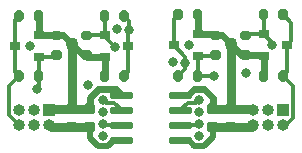
<source format=gbr>
%TF.GenerationSoftware,KiCad,Pcbnew,(5.1.10)-1*%
%TF.CreationDate,2022-01-23T11:24:48+07:00*%
%TF.ProjectId,ADuM_I2C_v3,4144754d-5f49-4324-935f-76332e6b6963,rev?*%
%TF.SameCoordinates,Original*%
%TF.FileFunction,Copper,L4,Bot*%
%TF.FilePolarity,Positive*%
%FSLAX46Y46*%
G04 Gerber Fmt 4.6, Leading zero omitted, Abs format (unit mm)*
G04 Created by KiCad (PCBNEW (5.1.10)-1) date 2022-01-23 11:24:48*
%MOMM*%
%LPD*%
G01*
G04 APERTURE LIST*
%TA.AperFunction,ComponentPad*%
%ADD10O,1.000000X1.000000*%
%TD*%
%TA.AperFunction,ComponentPad*%
%ADD11R,1.000000X1.000000*%
%TD*%
%TA.AperFunction,SMDPad,CuDef*%
%ADD12R,0.900000X0.800000*%
%TD*%
%TA.AperFunction,ViaPad*%
%ADD13C,0.800000*%
%TD*%
%TA.AperFunction,ViaPad*%
%ADD14C,1.100000*%
%TD*%
%TA.AperFunction,Conductor*%
%ADD15C,0.800000*%
%TD*%
%TA.AperFunction,Conductor*%
%ADD16C,0.600000*%
%TD*%
%TA.AperFunction,Conductor*%
%ADD17C,0.500000*%
%TD*%
%TA.AperFunction,Conductor*%
%ADD18C,0.300000*%
%TD*%
G04 APERTURE END LIST*
%TO.P,U1,8*%
%TO.N,VCCQ*%
%TA.AperFunction,SMDPad,CuDef*%
G36*
G01*
X98500000Y-95024000D02*
X98500000Y-95324000D01*
G75*
G02*
X98350000Y-95474000I-150000J0D01*
G01*
X96700000Y-95474000D01*
G75*
G02*
X96550000Y-95324000I0J150000D01*
G01*
X96550000Y-95024000D01*
G75*
G02*
X96700000Y-94874000I150000J0D01*
G01*
X98350000Y-94874000D01*
G75*
G02*
X98500000Y-95024000I0J-150000D01*
G01*
G37*
%TD.AperFunction*%
%TO.P,U1,7*%
%TO.N,Net-(Q5-Pad2)*%
%TA.AperFunction,SMDPad,CuDef*%
G36*
G01*
X98500000Y-96294000D02*
X98500000Y-96594000D01*
G75*
G02*
X98350000Y-96744000I-150000J0D01*
G01*
X96700000Y-96744000D01*
G75*
G02*
X96550000Y-96594000I0J150000D01*
G01*
X96550000Y-96294000D01*
G75*
G02*
X96700000Y-96144000I150000J0D01*
G01*
X98350000Y-96144000D01*
G75*
G02*
X98500000Y-96294000I0J-150000D01*
G01*
G37*
%TD.AperFunction*%
%TO.P,U1,6*%
%TO.N,Net-(Q6-Pad2)*%
%TA.AperFunction,SMDPad,CuDef*%
G36*
G01*
X98500000Y-97564000D02*
X98500000Y-97864000D01*
G75*
G02*
X98350000Y-98014000I-150000J0D01*
G01*
X96700000Y-98014000D01*
G75*
G02*
X96550000Y-97864000I0J150000D01*
G01*
X96550000Y-97564000D01*
G75*
G02*
X96700000Y-97414000I150000J0D01*
G01*
X98350000Y-97414000D01*
G75*
G02*
X98500000Y-97564000I0J-150000D01*
G01*
G37*
%TD.AperFunction*%
%TO.P,U1,5*%
%TO.N,GND2*%
%TA.AperFunction,SMDPad,CuDef*%
G36*
G01*
X98500000Y-98834000D02*
X98500000Y-99134000D01*
G75*
G02*
X98350000Y-99284000I-150000J0D01*
G01*
X96700000Y-99284000D01*
G75*
G02*
X96550000Y-99134000I0J150000D01*
G01*
X96550000Y-98834000D01*
G75*
G02*
X96700000Y-98684000I150000J0D01*
G01*
X98350000Y-98684000D01*
G75*
G02*
X98500000Y-98834000I0J-150000D01*
G01*
G37*
%TD.AperFunction*%
%TO.P,U1,4*%
%TO.N,GND*%
%TA.AperFunction,SMDPad,CuDef*%
G36*
G01*
X103450000Y-98834000D02*
X103450000Y-99134000D01*
G75*
G02*
X103300000Y-99284000I-150000J0D01*
G01*
X101650000Y-99284000D01*
G75*
G02*
X101500000Y-99134000I0J150000D01*
G01*
X101500000Y-98834000D01*
G75*
G02*
X101650000Y-98684000I150000J0D01*
G01*
X103300000Y-98684000D01*
G75*
G02*
X103450000Y-98834000I0J-150000D01*
G01*
G37*
%TD.AperFunction*%
%TO.P,U1,3*%
%TO.N,Net-(Q2-Pad2)*%
%TA.AperFunction,SMDPad,CuDef*%
G36*
G01*
X103450000Y-97564000D02*
X103450000Y-97864000D01*
G75*
G02*
X103300000Y-98014000I-150000J0D01*
G01*
X101650000Y-98014000D01*
G75*
G02*
X101500000Y-97864000I0J150000D01*
G01*
X101500000Y-97564000D01*
G75*
G02*
X101650000Y-97414000I150000J0D01*
G01*
X103300000Y-97414000D01*
G75*
G02*
X103450000Y-97564000I0J-150000D01*
G01*
G37*
%TD.AperFunction*%
%TO.P,U1,2*%
%TO.N,Net-(Q1-Pad2)*%
%TA.AperFunction,SMDPad,CuDef*%
G36*
G01*
X103450000Y-96294000D02*
X103450000Y-96594000D01*
G75*
G02*
X103300000Y-96744000I-150000J0D01*
G01*
X101650000Y-96744000D01*
G75*
G02*
X101500000Y-96594000I0J150000D01*
G01*
X101500000Y-96294000D01*
G75*
G02*
X101650000Y-96144000I150000J0D01*
G01*
X103300000Y-96144000D01*
G75*
G02*
X103450000Y-96294000I0J-150000D01*
G01*
G37*
%TD.AperFunction*%
%TO.P,U1,1*%
%TO.N,VCC*%
%TA.AperFunction,SMDPad,CuDef*%
G36*
G01*
X103450000Y-95024000D02*
X103450000Y-95324000D01*
G75*
G02*
X103300000Y-95474000I-150000J0D01*
G01*
X101650000Y-95474000D01*
G75*
G02*
X101500000Y-95324000I0J150000D01*
G01*
X101500000Y-95024000D01*
G75*
G02*
X101650000Y-94874000I150000J0D01*
G01*
X103300000Y-94874000D01*
G75*
G02*
X103450000Y-95024000I0J-150000D01*
G01*
G37*
%TD.AperFunction*%
%TD*%
D10*
%TO.P,J1,6*%
%TO.N,GND*%
X108636000Y-97714000D03*
%TO.P,J1,5*%
%TO.N,VCC*%
X108636000Y-96444000D03*
%TO.P,J1,4*%
%TO.N,/SCL*%
X109906000Y-97714000D03*
%TO.P,J1,3*%
%TO.N,/SDA*%
X109906000Y-96444000D03*
%TO.P,J1,2*%
%TO.N,/outb*%
X111176000Y-97714000D03*
D11*
%TO.P,J1,1*%
%TO.N,/ina*%
X111176000Y-96444000D03*
%TD*%
D10*
%TO.P,J2,6*%
%TO.N,/inb*%
X88824000Y-97714000D03*
%TO.P,J2,5*%
%TO.N,/outa*%
X88824000Y-96444000D03*
%TO.P,J2,4*%
%TO.N,/SCLq*%
X90094000Y-97714000D03*
%TO.P,J2,3*%
%TO.N,/SDAq*%
X90094000Y-96444000D03*
%TO.P,J2,2*%
%TO.N,GND2*%
X91364000Y-97714000D03*
D11*
%TO.P,J2,1*%
%TO.N,VCCQ*%
X91364000Y-96444000D03*
%TD*%
%TO.P,R24,2*%
%TO.N,VCCQ*%
%TA.AperFunction,SMDPad,CuDef*%
G36*
G01*
X90075000Y-88718000D02*
X90075000Y-88168000D01*
G75*
G02*
X90275000Y-87968000I200000J0D01*
G01*
X90675000Y-87968000D01*
G75*
G02*
X90875000Y-88168000I0J-200000D01*
G01*
X90875000Y-88718000D01*
G75*
G02*
X90675000Y-88918000I-200000J0D01*
G01*
X90275000Y-88918000D01*
G75*
G02*
X90075000Y-88718000I0J200000D01*
G01*
G37*
%TD.AperFunction*%
%TO.P,R24,1*%
%TO.N,/inb*%
%TA.AperFunction,SMDPad,CuDef*%
G36*
G01*
X88425000Y-88718000D02*
X88425000Y-88168000D01*
G75*
G02*
X88625000Y-87968000I200000J0D01*
G01*
X89025000Y-87968000D01*
G75*
G02*
X89225000Y-88168000I0J-200000D01*
G01*
X89225000Y-88718000D01*
G75*
G02*
X89025000Y-88918000I-200000J0D01*
G01*
X88625000Y-88918000D01*
G75*
G02*
X88425000Y-88718000I0J200000D01*
G01*
G37*
%TD.AperFunction*%
%TD*%
%TO.P,R22,2*%
%TO.N,VCCQ*%
%TA.AperFunction,SMDPad,CuDef*%
G36*
G01*
X96463000Y-93248000D02*
X96463000Y-93798000D01*
G75*
G02*
X96263000Y-93998000I-200000J0D01*
G01*
X95863000Y-93998000D01*
G75*
G02*
X95663000Y-93798000I0J200000D01*
G01*
X95663000Y-93248000D01*
G75*
G02*
X95863000Y-93048000I200000J0D01*
G01*
X96263000Y-93048000D01*
G75*
G02*
X96463000Y-93248000I0J-200000D01*
G01*
G37*
%TD.AperFunction*%
%TO.P,R22,1*%
%TO.N,/SCLq*%
%TA.AperFunction,SMDPad,CuDef*%
G36*
G01*
X98113000Y-93248000D02*
X98113000Y-93798000D01*
G75*
G02*
X97913000Y-93998000I-200000J0D01*
G01*
X97513000Y-93998000D01*
G75*
G02*
X97313000Y-93798000I0J200000D01*
G01*
X97313000Y-93248000D01*
G75*
G02*
X97513000Y-93048000I200000J0D01*
G01*
X97913000Y-93048000D01*
G75*
G02*
X98113000Y-93248000I0J-200000D01*
G01*
G37*
%TD.AperFunction*%
%TD*%
%TO.P,R20,2*%
%TO.N,Net-(Q8-Pad2)*%
%TA.AperFunction,SMDPad,CuDef*%
G36*
G01*
X90075000Y-93798000D02*
X90075000Y-93248000D01*
G75*
G02*
X90275000Y-93048000I200000J0D01*
G01*
X90675000Y-93048000D01*
G75*
G02*
X90875000Y-93248000I0J-200000D01*
G01*
X90875000Y-93798000D01*
G75*
G02*
X90675000Y-93998000I-200000J0D01*
G01*
X90275000Y-93998000D01*
G75*
G02*
X90075000Y-93798000I0J200000D01*
G01*
G37*
%TD.AperFunction*%
%TO.P,R20,1*%
%TO.N,/inb*%
%TA.AperFunction,SMDPad,CuDef*%
G36*
G01*
X88425000Y-93798000D02*
X88425000Y-93248000D01*
G75*
G02*
X88625000Y-93048000I200000J0D01*
G01*
X89025000Y-93048000D01*
G75*
G02*
X89225000Y-93248000I0J-200000D01*
G01*
X89225000Y-93798000D01*
G75*
G02*
X89025000Y-93998000I-200000J0D01*
G01*
X88625000Y-93998000D01*
G75*
G02*
X88425000Y-93798000I0J200000D01*
G01*
G37*
%TD.AperFunction*%
%TD*%
%TO.P,R18,2*%
%TO.N,Net-(Q6-Pad2)*%
%TA.AperFunction,SMDPad,CuDef*%
G36*
G01*
X96463000Y-88168000D02*
X96463000Y-88718000D01*
G75*
G02*
X96263000Y-88918000I-200000J0D01*
G01*
X95863000Y-88918000D01*
G75*
G02*
X95663000Y-88718000I0J200000D01*
G01*
X95663000Y-88168000D01*
G75*
G02*
X95863000Y-87968000I200000J0D01*
G01*
X96263000Y-87968000D01*
G75*
G02*
X96463000Y-88168000I0J-200000D01*
G01*
G37*
%TD.AperFunction*%
%TO.P,R18,1*%
%TO.N,/SCLq*%
%TA.AperFunction,SMDPad,CuDef*%
G36*
G01*
X98113000Y-88168000D02*
X98113000Y-88718000D01*
G75*
G02*
X97913000Y-88918000I-200000J0D01*
G01*
X97513000Y-88918000D01*
G75*
G02*
X97313000Y-88718000I0J200000D01*
G01*
X97313000Y-88168000D01*
G75*
G02*
X97513000Y-87968000I200000J0D01*
G01*
X97913000Y-87968000D01*
G75*
G02*
X98113000Y-88168000I0J-200000D01*
G01*
G37*
%TD.AperFunction*%
%TD*%
%TO.P,R16,2*%
%TO.N,Net-(Q8-Pad2)*%
%TA.AperFunction,SMDPad,CuDef*%
G36*
G01*
X91724000Y-91344000D02*
X92274000Y-91344000D01*
G75*
G02*
X92474000Y-91544000I0J-200000D01*
G01*
X92474000Y-91944000D01*
G75*
G02*
X92274000Y-92144000I-200000J0D01*
G01*
X91724000Y-92144000D01*
G75*
G02*
X91524000Y-91944000I0J200000D01*
G01*
X91524000Y-91544000D01*
G75*
G02*
X91724000Y-91344000I200000J0D01*
G01*
G37*
%TD.AperFunction*%
%TO.P,R16,1*%
%TO.N,VCCQ*%
%TA.AperFunction,SMDPad,CuDef*%
G36*
G01*
X91724000Y-89694000D02*
X92274000Y-89694000D01*
G75*
G02*
X92474000Y-89894000I0J-200000D01*
G01*
X92474000Y-90294000D01*
G75*
G02*
X92274000Y-90494000I-200000J0D01*
G01*
X91724000Y-90494000D01*
G75*
G02*
X91524000Y-90294000I0J200000D01*
G01*
X91524000Y-89894000D01*
G75*
G02*
X91724000Y-89694000I200000J0D01*
G01*
G37*
%TD.AperFunction*%
%TD*%
%TO.P,R14,2*%
%TO.N,Net-(Q6-Pad2)*%
%TA.AperFunction,SMDPad,CuDef*%
G36*
G01*
X94814000Y-90494000D02*
X94264000Y-90494000D01*
G75*
G02*
X94064000Y-90294000I0J200000D01*
G01*
X94064000Y-89894000D01*
G75*
G02*
X94264000Y-89694000I200000J0D01*
G01*
X94814000Y-89694000D01*
G75*
G02*
X95014000Y-89894000I0J-200000D01*
G01*
X95014000Y-90294000D01*
G75*
G02*
X94814000Y-90494000I-200000J0D01*
G01*
G37*
%TD.AperFunction*%
%TO.P,R14,1*%
%TO.N,VCCQ*%
%TA.AperFunction,SMDPad,CuDef*%
G36*
G01*
X94814000Y-92144000D02*
X94264000Y-92144000D01*
G75*
G02*
X94064000Y-91944000I0J200000D01*
G01*
X94064000Y-91544000D01*
G75*
G02*
X94264000Y-91344000I200000J0D01*
G01*
X94814000Y-91344000D01*
G75*
G02*
X95014000Y-91544000I0J-200000D01*
G01*
X95014000Y-91944000D01*
G75*
G02*
X94814000Y-92144000I-200000J0D01*
G01*
G37*
%TD.AperFunction*%
%TD*%
%TO.P,R12,2*%
%TO.N,Net-(Q4-Pad2)*%
%TA.AperFunction,SMDPad,CuDef*%
G36*
G01*
X108276000Y-90495000D02*
X107726000Y-90495000D01*
G75*
G02*
X107526000Y-90295000I0J200000D01*
G01*
X107526000Y-89895000D01*
G75*
G02*
X107726000Y-89695000I200000J0D01*
G01*
X108276000Y-89695000D01*
G75*
G02*
X108476000Y-89895000I0J-200000D01*
G01*
X108476000Y-90295000D01*
G75*
G02*
X108276000Y-90495000I-200000J0D01*
G01*
G37*
%TD.AperFunction*%
%TO.P,R12,1*%
%TO.N,VCC*%
%TA.AperFunction,SMDPad,CuDef*%
G36*
G01*
X108276000Y-92145000D02*
X107726000Y-92145000D01*
G75*
G02*
X107526000Y-91945000I0J200000D01*
G01*
X107526000Y-91545000D01*
G75*
G02*
X107726000Y-91345000I200000J0D01*
G01*
X108276000Y-91345000D01*
G75*
G02*
X108476000Y-91545000I0J-200000D01*
G01*
X108476000Y-91945000D01*
G75*
G02*
X108276000Y-92145000I-200000J0D01*
G01*
G37*
%TD.AperFunction*%
%TD*%
%TO.P,R9,2*%
%TO.N,Net-(Q1-Pad2)*%
%TA.AperFunction,SMDPad,CuDef*%
G36*
G01*
X105186000Y-91344000D02*
X105736000Y-91344000D01*
G75*
G02*
X105936000Y-91544000I0J-200000D01*
G01*
X105936000Y-91944000D01*
G75*
G02*
X105736000Y-92144000I-200000J0D01*
G01*
X105186000Y-92144000D01*
G75*
G02*
X104986000Y-91944000I0J200000D01*
G01*
X104986000Y-91544000D01*
G75*
G02*
X105186000Y-91344000I200000J0D01*
G01*
G37*
%TD.AperFunction*%
%TO.P,R9,1*%
%TO.N,VCC*%
%TA.AperFunction,SMDPad,CuDef*%
G36*
G01*
X105186000Y-89694000D02*
X105736000Y-89694000D01*
G75*
G02*
X105936000Y-89894000I0J-200000D01*
G01*
X105936000Y-90294000D01*
G75*
G02*
X105736000Y-90494000I-200000J0D01*
G01*
X105186000Y-90494000D01*
G75*
G02*
X104986000Y-90294000I0J200000D01*
G01*
X104986000Y-89894000D01*
G75*
G02*
X105186000Y-89694000I200000J0D01*
G01*
G37*
%TD.AperFunction*%
%TD*%
%TO.P,R8,2*%
%TO.N,/outb*%
%TA.AperFunction,SMDPad,CuDef*%
G36*
G01*
X110776000Y-88591000D02*
X110776000Y-88041000D01*
G75*
G02*
X110976000Y-87841000I200000J0D01*
G01*
X111376000Y-87841000D01*
G75*
G02*
X111576000Y-88041000I0J-200000D01*
G01*
X111576000Y-88591000D01*
G75*
G02*
X111376000Y-88791000I-200000J0D01*
G01*
X110976000Y-88791000D01*
G75*
G02*
X110776000Y-88591000I0J200000D01*
G01*
G37*
%TD.AperFunction*%
%TO.P,R8,1*%
%TO.N,Net-(Q4-Pad2)*%
%TA.AperFunction,SMDPad,CuDef*%
G36*
G01*
X109126000Y-88591000D02*
X109126000Y-88041000D01*
G75*
G02*
X109326000Y-87841000I200000J0D01*
G01*
X109726000Y-87841000D01*
G75*
G02*
X109926000Y-88041000I0J-200000D01*
G01*
X109926000Y-88591000D01*
G75*
G02*
X109726000Y-88791000I-200000J0D01*
G01*
X109326000Y-88791000D01*
G75*
G02*
X109126000Y-88591000I0J200000D01*
G01*
G37*
%TD.AperFunction*%
%TD*%
%TO.P,R5,2*%
%TO.N,/SDA*%
%TA.AperFunction,SMDPad,CuDef*%
G36*
G01*
X102687000Y-93248000D02*
X102687000Y-93798000D01*
G75*
G02*
X102487000Y-93998000I-200000J0D01*
G01*
X102087000Y-93998000D01*
G75*
G02*
X101887000Y-93798000I0J200000D01*
G01*
X101887000Y-93248000D01*
G75*
G02*
X102087000Y-93048000I200000J0D01*
G01*
X102487000Y-93048000D01*
G75*
G02*
X102687000Y-93248000I0J-200000D01*
G01*
G37*
%TD.AperFunction*%
%TO.P,R5,1*%
%TO.N,Net-(Q1-Pad2)*%
%TA.AperFunction,SMDPad,CuDef*%
G36*
G01*
X104337000Y-93248000D02*
X104337000Y-93798000D01*
G75*
G02*
X104137000Y-93998000I-200000J0D01*
G01*
X103737000Y-93998000D01*
G75*
G02*
X103537000Y-93798000I0J200000D01*
G01*
X103537000Y-93248000D01*
G75*
G02*
X103737000Y-93048000I200000J0D01*
G01*
X104137000Y-93048000D01*
G75*
G02*
X104337000Y-93248000I0J-200000D01*
G01*
G37*
%TD.AperFunction*%
%TD*%
%TO.P,R4,2*%
%TO.N,VCC*%
%TA.AperFunction,SMDPad,CuDef*%
G36*
G01*
X109925000Y-93248000D02*
X109925000Y-93798000D01*
G75*
G02*
X109725000Y-93998000I-200000J0D01*
G01*
X109325000Y-93998000D01*
G75*
G02*
X109125000Y-93798000I0J200000D01*
G01*
X109125000Y-93248000D01*
G75*
G02*
X109325000Y-93048000I200000J0D01*
G01*
X109725000Y-93048000D01*
G75*
G02*
X109925000Y-93248000I0J-200000D01*
G01*
G37*
%TD.AperFunction*%
%TO.P,R4,1*%
%TO.N,/outb*%
%TA.AperFunction,SMDPad,CuDef*%
G36*
G01*
X111575000Y-93248000D02*
X111575000Y-93798000D01*
G75*
G02*
X111375000Y-93998000I-200000J0D01*
G01*
X110975000Y-93998000D01*
G75*
G02*
X110775000Y-93798000I0J200000D01*
G01*
X110775000Y-93248000D01*
G75*
G02*
X110975000Y-93048000I200000J0D01*
G01*
X111375000Y-93048000D01*
G75*
G02*
X111575000Y-93248000I0J-200000D01*
G01*
G37*
%TD.AperFunction*%
%TD*%
%TO.P,R1,2*%
%TO.N,VCC*%
%TA.AperFunction,SMDPad,CuDef*%
G36*
G01*
X103537000Y-88591000D02*
X103537000Y-88041000D01*
G75*
G02*
X103737000Y-87841000I200000J0D01*
G01*
X104137000Y-87841000D01*
G75*
G02*
X104337000Y-88041000I0J-200000D01*
G01*
X104337000Y-88591000D01*
G75*
G02*
X104137000Y-88791000I-200000J0D01*
G01*
X103737000Y-88791000D01*
G75*
G02*
X103537000Y-88591000I0J200000D01*
G01*
G37*
%TD.AperFunction*%
%TO.P,R1,1*%
%TO.N,/SDA*%
%TA.AperFunction,SMDPad,CuDef*%
G36*
G01*
X101887000Y-88591000D02*
X101887000Y-88041000D01*
G75*
G02*
X102087000Y-87841000I200000J0D01*
G01*
X102487000Y-87841000D01*
G75*
G02*
X102687000Y-88041000I0J-200000D01*
G01*
X102687000Y-88591000D01*
G75*
G02*
X102487000Y-88791000I-200000J0D01*
G01*
X102087000Y-88791000D01*
G75*
G02*
X101887000Y-88591000I0J200000D01*
G01*
G37*
%TD.AperFunction*%
%TD*%
D12*
%TO.P,Q8,3*%
%TO.N,/inb*%
X88475000Y-90983000D03*
%TO.P,Q8,2*%
%TO.N,Net-(Q8-Pad2)*%
X90475000Y-91933000D03*
%TO.P,Q8,1*%
%TO.N,VCCQ*%
X90475000Y-90033000D03*
%TD*%
%TO.P,Q6,3*%
%TO.N,/SCLq*%
X98063000Y-90983000D03*
%TO.P,Q6,2*%
%TO.N,Net-(Q6-Pad2)*%
X96063000Y-90033000D03*
%TO.P,Q6,1*%
%TO.N,VCCQ*%
X96063000Y-91933000D03*
%TD*%
%TO.P,Q4,3*%
%TO.N,/outb*%
X111525000Y-90922000D03*
%TO.P,Q4,2*%
%TO.N,Net-(Q4-Pad2)*%
X109525000Y-89972000D03*
%TO.P,Q4,1*%
%TO.N,VCC*%
X109525000Y-91872000D03*
%TD*%
%TO.P,Q1,3*%
%TO.N,/SDA*%
X101937000Y-90922000D03*
%TO.P,Q1,2*%
%TO.N,Net-(Q1-Pad2)*%
X103937000Y-91872000D03*
%TO.P,Q1,1*%
%TO.N,VCC*%
X103937000Y-89972000D03*
%TD*%
%TO.P,C6,2*%
%TO.N,VCCQ*%
%TA.AperFunction,SMDPad,CuDef*%
G36*
G01*
X93519000Y-96754000D02*
X93019000Y-96754000D01*
G75*
G02*
X92794000Y-96529000I0J225000D01*
G01*
X92794000Y-96079000D01*
G75*
G02*
X93019000Y-95854000I225000J0D01*
G01*
X93519000Y-95854000D01*
G75*
G02*
X93744000Y-96079000I0J-225000D01*
G01*
X93744000Y-96529000D01*
G75*
G02*
X93519000Y-96754000I-225000J0D01*
G01*
G37*
%TD.AperFunction*%
%TO.P,C6,1*%
%TO.N,GND2*%
%TA.AperFunction,SMDPad,CuDef*%
G36*
G01*
X93519000Y-98304000D02*
X93019000Y-98304000D01*
G75*
G02*
X92794000Y-98079000I0J225000D01*
G01*
X92794000Y-97629000D01*
G75*
G02*
X93019000Y-97404000I225000J0D01*
G01*
X93519000Y-97404000D01*
G75*
G02*
X93744000Y-97629000I0J-225000D01*
G01*
X93744000Y-98079000D01*
G75*
G02*
X93519000Y-98304000I-225000J0D01*
G01*
G37*
%TD.AperFunction*%
%TD*%
%TO.P,C4,2*%
%TO.N,VCCQ*%
%TA.AperFunction,SMDPad,CuDef*%
G36*
G01*
X95043000Y-96741000D02*
X94543000Y-96741000D01*
G75*
G02*
X94318000Y-96516000I0J225000D01*
G01*
X94318000Y-96066000D01*
G75*
G02*
X94543000Y-95841000I225000J0D01*
G01*
X95043000Y-95841000D01*
G75*
G02*
X95268000Y-96066000I0J-225000D01*
G01*
X95268000Y-96516000D01*
G75*
G02*
X95043000Y-96741000I-225000J0D01*
G01*
G37*
%TD.AperFunction*%
%TO.P,C4,1*%
%TO.N,GND2*%
%TA.AperFunction,SMDPad,CuDef*%
G36*
G01*
X95043000Y-98291000D02*
X94543000Y-98291000D01*
G75*
G02*
X94318000Y-98066000I0J225000D01*
G01*
X94318000Y-97616000D01*
G75*
G02*
X94543000Y-97391000I225000J0D01*
G01*
X95043000Y-97391000D01*
G75*
G02*
X95268000Y-97616000I0J-225000D01*
G01*
X95268000Y-98066000D01*
G75*
G02*
X95043000Y-98291000I-225000J0D01*
G01*
G37*
%TD.AperFunction*%
%TD*%
%TO.P,C2,2*%
%TO.N,VCC*%
%TA.AperFunction,SMDPad,CuDef*%
G36*
G01*
X105457000Y-96741000D02*
X104957000Y-96741000D01*
G75*
G02*
X104732000Y-96516000I0J225000D01*
G01*
X104732000Y-96066000D01*
G75*
G02*
X104957000Y-95841000I225000J0D01*
G01*
X105457000Y-95841000D01*
G75*
G02*
X105682000Y-96066000I0J-225000D01*
G01*
X105682000Y-96516000D01*
G75*
G02*
X105457000Y-96741000I-225000J0D01*
G01*
G37*
%TD.AperFunction*%
%TO.P,C2,1*%
%TO.N,GND*%
%TA.AperFunction,SMDPad,CuDef*%
G36*
G01*
X105457000Y-98291000D02*
X104957000Y-98291000D01*
G75*
G02*
X104732000Y-98066000I0J225000D01*
G01*
X104732000Y-97616000D01*
G75*
G02*
X104957000Y-97391000I225000J0D01*
G01*
X105457000Y-97391000D01*
G75*
G02*
X105682000Y-97616000I0J-225000D01*
G01*
X105682000Y-98066000D01*
G75*
G02*
X105457000Y-98291000I-225000J0D01*
G01*
G37*
%TD.AperFunction*%
%TD*%
%TO.P,C1,2*%
%TO.N,VCC*%
%TA.AperFunction,SMDPad,CuDef*%
G36*
G01*
X106981000Y-96741000D02*
X106481000Y-96741000D01*
G75*
G02*
X106256000Y-96516000I0J225000D01*
G01*
X106256000Y-96066000D01*
G75*
G02*
X106481000Y-95841000I225000J0D01*
G01*
X106981000Y-95841000D01*
G75*
G02*
X107206000Y-96066000I0J-225000D01*
G01*
X107206000Y-96516000D01*
G75*
G02*
X106981000Y-96741000I-225000J0D01*
G01*
G37*
%TD.AperFunction*%
%TO.P,C1,1*%
%TO.N,GND*%
%TA.AperFunction,SMDPad,CuDef*%
G36*
G01*
X106981000Y-98291000D02*
X106481000Y-98291000D01*
G75*
G02*
X106256000Y-98066000I0J225000D01*
G01*
X106256000Y-97616000D01*
G75*
G02*
X106481000Y-97391000I225000J0D01*
G01*
X106981000Y-97391000D01*
G75*
G02*
X107206000Y-97616000I0J-225000D01*
G01*
X107206000Y-98066000D01*
G75*
G02*
X106981000Y-98291000I-225000J0D01*
G01*
G37*
%TD.AperFunction*%
%TD*%
D13*
%TO.N,VCC*%
X105207000Y-96291000D03*
D14*
X106731000Y-90856000D03*
D13*
%TO.N,GND*%
X105207000Y-97841000D03*
%TO.N,VCCQ*%
X94793000Y-96291000D03*
D14*
X93269000Y-90856000D03*
D13*
%TO.N,GND2*%
X94793000Y-97841000D03*
%TO.N,/SCL*%
X101903419Y-92379953D03*
%TO.N,/SDA*%
X102902990Y-92409645D03*
%TO.N,/SCLq*%
X98110140Y-89590919D03*
%TO.N,/SDAq*%
X97110247Y-89575469D03*
%TO.N,Net-(Q1-Pad2)*%
X104064000Y-95555000D03*
X105302898Y-93523004D03*
%TO.N,Net-(Q2-Pad2)*%
X104064000Y-97587000D03*
X103241533Y-90919496D03*
%TO.N,Net-(Q3-Pad2)*%
X104064000Y-96571000D03*
X108000994Y-93269000D03*
%TO.N,Net-(Q4-Pad2)*%
X104064000Y-98603000D03*
X110214811Y-90921996D03*
%TO.N,Net-(Q5-Pad2)*%
X94654010Y-94260265D03*
X95957705Y-95561379D03*
%TO.N,Net-(Q6-Pad2)*%
X95936000Y-97587000D03*
X96952000Y-91110000D03*
%TO.N,Net-(Q7-Pad2)*%
X89784577Y-90982726D03*
X95936000Y-96571000D03*
%TO.N,Net-(Q8-Pad2)*%
X95935957Y-98632135D03*
X90348000Y-94666000D03*
%TD*%
D15*
%TO.N,VCC*%
X106731000Y-96291000D02*
X105207000Y-96291000D01*
D16*
X103112998Y-95174000D02*
X102475000Y-95174000D01*
X103631999Y-94654999D02*
X103112998Y-95174000D01*
X103631999Y-94654999D02*
X103397999Y-94888999D01*
X104496001Y-94654999D02*
X103631999Y-94654999D01*
X105207000Y-95365998D02*
X104496001Y-94654999D01*
X105207000Y-96291000D02*
X105207000Y-95365998D01*
D15*
X108483000Y-96291000D02*
X108636000Y-96444000D01*
X106731000Y-96291000D02*
X108483000Y-96291000D01*
D16*
X105339000Y-89972000D02*
X105461000Y-90094000D01*
X103937000Y-89972000D02*
X105339000Y-89972000D01*
X103937000Y-89972000D02*
X103937000Y-88316000D01*
X109525000Y-91872000D02*
X109525000Y-93523000D01*
X109525000Y-91872000D02*
X109398000Y-91745000D01*
X109398000Y-91745000D02*
X108001000Y-91745000D01*
D15*
X106731000Y-96291000D02*
X106731000Y-90856000D01*
D16*
X105969000Y-90094000D02*
X106731000Y-90856000D01*
X105461000Y-90094000D02*
X105969000Y-90094000D01*
X107620000Y-91745000D02*
X106731000Y-90856000D01*
X108001000Y-91745000D02*
X107620000Y-91745000D01*
D15*
%TO.N,GND*%
X106731000Y-97841000D02*
X105207000Y-97841000D01*
X108509000Y-97841000D02*
X108636000Y-97714000D01*
X106731000Y-97841000D02*
X108509000Y-97841000D01*
D17*
X105207000Y-98718002D02*
X105207000Y-97841000D01*
X104472001Y-99453001D02*
X105207000Y-98718002D01*
X104472001Y-99453001D02*
X103655999Y-99453001D01*
X103186998Y-98984000D02*
X102475000Y-98984000D01*
X103655999Y-99453001D02*
X103186998Y-98984000D01*
D15*
%TO.N,VCCQ*%
X94780000Y-96304000D02*
X94793000Y-96291000D01*
X93269000Y-96304000D02*
X94780000Y-96304000D01*
X91504000Y-96304000D02*
X91364000Y-96444000D01*
X93269000Y-96304000D02*
X91504000Y-96304000D01*
D16*
X90475000Y-90033000D02*
X90475000Y-88443000D01*
X91938000Y-90033000D02*
X91999000Y-90094000D01*
X90475000Y-90033000D02*
X91938000Y-90033000D01*
X94600000Y-91933000D02*
X94539000Y-91872000D01*
X96063000Y-91933000D02*
X94600000Y-91933000D01*
X96063000Y-91933000D02*
X96063000Y-93523000D01*
D15*
X93269000Y-96304000D02*
X93269000Y-90856000D01*
D16*
X92507000Y-90094000D02*
X93269000Y-90856000D01*
X91999000Y-90094000D02*
X92507000Y-90094000D01*
X94285000Y-91872000D02*
X93269000Y-90856000D01*
X94539000Y-91872000D02*
X94285000Y-91872000D01*
X95554011Y-94654999D02*
X97005999Y-94654999D01*
X97005999Y-94654999D02*
X97525000Y-95174000D01*
X94793000Y-95416010D02*
X95554011Y-94654999D01*
X94793000Y-96291000D02*
X94793000Y-95416010D01*
X94728000Y-91933000D02*
X94539000Y-91744000D01*
X96063000Y-91933000D02*
X94728000Y-91933000D01*
D15*
%TO.N,GND2*%
X94780000Y-97854000D02*
X94793000Y-97841000D01*
X93269000Y-97854000D02*
X94780000Y-97854000D01*
X91504000Y-97854000D02*
X91364000Y-97714000D01*
X93269000Y-97854000D02*
X91504000Y-97854000D01*
D17*
X95527956Y-99482136D02*
X96343958Y-99482136D01*
X94793000Y-98747180D02*
X95527956Y-99482136D01*
X94793000Y-97841000D02*
X94793000Y-98747180D01*
X96842094Y-98984000D02*
X97525000Y-98984000D01*
X96343958Y-99482136D02*
X96842094Y-98984000D01*
D18*
%TO.N,/inb*%
X88475000Y-88793000D02*
X88825000Y-88443000D01*
X88475000Y-90983000D02*
X88475000Y-88793000D01*
X88475000Y-93173000D02*
X88825000Y-93523000D01*
X88475000Y-90983000D02*
X88475000Y-93173000D01*
X87973999Y-96863999D02*
X88824000Y-97714000D01*
X87973999Y-94374001D02*
X87973999Y-96863999D01*
X88825000Y-93523000D02*
X87973999Y-94374001D01*
%TO.N,/SDA*%
X101937000Y-88666000D02*
X102287000Y-88316000D01*
X101937000Y-90922000D02*
X101937000Y-88666000D01*
X102902990Y-91887990D02*
X101937000Y-90922000D01*
X102902990Y-92409645D02*
X102902990Y-91887990D01*
X102902990Y-92907010D02*
X102287000Y-93523000D01*
X102902990Y-92409645D02*
X102902990Y-92907010D01*
%TO.N,/outb*%
X111525000Y-93173000D02*
X111175000Y-93523000D01*
X111525000Y-90922000D02*
X111525000Y-93173000D01*
X112026001Y-94374001D02*
X111175000Y-93523000D01*
X111430000Y-97714000D02*
X112026001Y-97117999D01*
X111176000Y-97714000D02*
X111430000Y-97714000D01*
X112026001Y-97117999D02*
X112026001Y-94374001D01*
X111893516Y-90553484D02*
X111893516Y-89033516D01*
X111893516Y-89033516D02*
X111176000Y-88316000D01*
X111525000Y-90922000D02*
X111893516Y-90553484D01*
%TO.N,/SCLq*%
X98063000Y-93173000D02*
X97713000Y-93523000D01*
X98063000Y-90983000D02*
X98063000Y-93173000D01*
X98063000Y-89638059D02*
X98110140Y-89590919D01*
X98063000Y-90983000D02*
X98063000Y-89638059D01*
X97713000Y-88443000D02*
X98110140Y-88840140D01*
X98110140Y-88840140D02*
X98110140Y-89590919D01*
%TO.N,Net-(Q1-Pad2)*%
X102475000Y-96444000D02*
X103094990Y-95824010D01*
X103794990Y-95824010D02*
X104064000Y-95555000D01*
X103094990Y-95824010D02*
X103794990Y-95824010D01*
X103937000Y-91872000D02*
X103937000Y-93523000D01*
X105333000Y-91872000D02*
X105461000Y-91744000D01*
X103937000Y-91872000D02*
X105333000Y-91872000D01*
X103937000Y-93523000D02*
X105302894Y-93523000D01*
X105302894Y-93523000D02*
X105302898Y-93523004D01*
%TO.N,Net-(Q2-Pad2)*%
X103937000Y-97714000D02*
X104064000Y-97587000D01*
X102475000Y-97714000D02*
X103937000Y-97714000D01*
%TO.N,Net-(Q4-Pad2)*%
X109525000Y-88317000D02*
X109526000Y-88316000D01*
X109525000Y-89972000D02*
X109525000Y-88317000D01*
X109525000Y-89972000D02*
X108124000Y-89972000D01*
X108124000Y-89972000D02*
X108001000Y-90095000D01*
X109641050Y-90095000D02*
X110214811Y-90668761D01*
X110214811Y-90661811D02*
X110214811Y-90921996D01*
X110214811Y-90668761D02*
X110214811Y-90921996D01*
X109525000Y-89972000D02*
X110214811Y-90661811D01*
%TO.N,Net-(Q5-Pad2)*%
X96220336Y-95824010D02*
X95957705Y-95561379D01*
X96905010Y-95824010D02*
X96220336Y-95824010D01*
X97525000Y-96444000D02*
X96905010Y-95824010D01*
%TO.N,Net-(Q6-Pad2)*%
X96063000Y-97714000D02*
X95936000Y-97587000D01*
X97525000Y-97714000D02*
X96063000Y-97714000D01*
X94728000Y-90033000D02*
X94539000Y-90222000D01*
X96063000Y-90033000D02*
X94728000Y-90033000D01*
X96063000Y-90033000D02*
X96063000Y-88443000D01*
X96063000Y-90221000D02*
X96952000Y-91110000D01*
X96063000Y-90033000D02*
X96063000Y-90221000D01*
X94600000Y-90033000D02*
X94539000Y-90094000D01*
X96063000Y-90033000D02*
X94600000Y-90033000D01*
%TO.N,Net-(Q8-Pad2)*%
X90475000Y-91933000D02*
X90475000Y-93523000D01*
X91810000Y-91933000D02*
X91999000Y-91744000D01*
X90475000Y-91933000D02*
X91810000Y-91933000D01*
X90475000Y-94539000D02*
X90348000Y-94666000D01*
X90475000Y-93523000D02*
X90475000Y-94539000D01*
%TD*%
M02*

</source>
